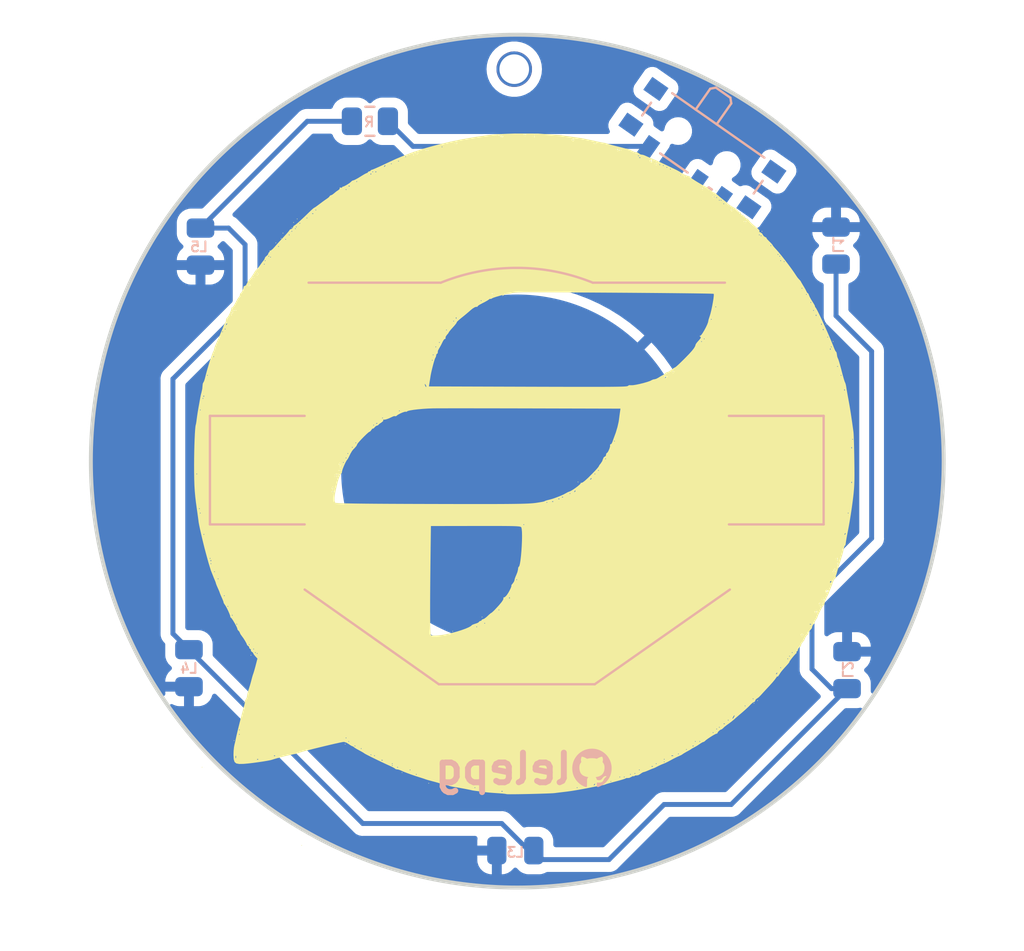
<source format=kicad_pcb>
(kicad_pcb (version 20221018) (generator pcbnew)
  (layers (0 "F.Cu" signal) (31 "B.Cu" signal) (34 "B.Paste" user) (35 "F.Paste" user) (36 "B.SilkS" user "B.Silkscreen") (37 "F.SilkS" user "F.Silkscreen") (38 "B.Mask" user) (39 "F.Mask" user) (44 "Edge.Cuts" user))
  (net 0 "")
  (net 1 "Net-(BT1-+)")
  (net 2 "GND")
  (net 3 "Net-(D1-K)")
  (net 4 "Net-(SW1A-A)")
  (footprint "LOGO" (layer "F.Cu") (at 105.230362 84.003197)
    (fp_text reference "G1" hide)
    (fp_text value "LOGO" hide)
  )
  (footprint "Resistor_SMD:R_0805_2012Metric" (layer "B.Cu") (at 97.409 66.6496 180)
    (fp_text reference "R1" hide)
    (fp_text value "R" hide)
    (pad "1" smd roundrect (at -0.9125 0 180) (size 1.025 1.4) (layers "B.Cu" "B.Paste" "B.Mask") (roundrect_rratio 0.243902439) (net 4 "Net-(SW1A-A)"))
    (pad "2" smd roundrect (at 0.9125 0 180) (size 1.025 1.4) (layers "B.Cu" "B.Paste" "B.Mask") (roundrect_rratio 0.243902439) (net 3 "Net-(D1-K)"))
  )
  (footprint "LED_SMD:LED_0805_2012Metric" (layer "B.Cu") (at 121.031 72.9488 90)
    (fp_text reference "D1" hide)
    (fp_text value "IR204A" hide)
    (pad "1" smd roundrect (at -0.9375 0 90) (size 0.975 1.4) (layers "B.Cu" "B.Paste" "B.Mask") (net 3 "Net-(D1-K)"))
    (pad "2" smd roundrect (at 0.9375 0 90) (size 0.975 1.4) (layers "B.Cu" "B.Paste" "B.Mask") (net 2 "GND"))
  )
  (footprint "Battery:BatteryHolder_Keystone_3002_1x2032" (layer "B.Cu") (at 104.8528 84.328 180)
    (fp_text reference "BT1" hide)
    (fp_text value "Battery_Cell" hide)
    (pad "1" smd rect (at -12.8 0 180) (size 5.1 5.1) (layers "B.Cu" "B.Paste" "B.Mask") (net 1 "Net-(BT1-+)"))
    (pad "1" smd rect (at 12.8 0 180) (size 5.1 5.1) (layers "B.Cu" "B.Paste" "B.Mask") (net 1 "Net-(BT1-+)"))
    (pad "2" smd circle (at 0 0 180) (size 17.8 17.8) (layers "B.Cu" "B.Mask") (net 2 "GND"))
  )
  (footprint "LOGO" (layer "B.Cu") (at 108.6612 99.4156 180)
    (fp_text reference "G***" hide)
    (fp_text value "lelepg" (at 4.4958 -0.0508) (layer "B.SilkS") (effects (font (size 1.5 1.5) (thickness 0.3)) (justify mirror)))
  )
  (footprint "LED_SMD:LED_0805_2012Metric" (layer "B.Cu") (at 121.5898 94.4626 90)
    (fp_text reference "D2" hide)
    (fp_text value "IR204A" hide)
    (pad "1" smd roundrect (at -0.9375 0 90) (size 0.975 1.4) (layers "B.Cu" "B.Paste" "B.Mask") (net 3 "Net-(D1-K)"))
    (pad "2" smd roundrect (at 0.9375 0 90) (size 0.975 1.4) (layers "B.Cu" "B.Paste" "B.Mask") (net 2 "GND"))
  )
  (footprint "LED_SMD:LED_0805_2012Metric" (layer "B.Cu") (at 88.8238 72.9996 -90)
    (fp_text reference "D4" hide)
    (fp_text value "IR204A" hide)
    (pad "1" smd roundrect (at -0.9375 0 270) (size 0.975 1.4) (layers "B.Cu" "B.Paste" "B.Mask") (net 3 "Net-(D1-K)"))
    (pad "2" smd roundrect (at 0.9375 0 270) (size 0.975 1.4) (layers "B.Cu" "B.Paste" "B.Mask") (net 2 "GND"))
  )
  (footprint "LED_SMD:LED_0805_2012Metric" (layer "B.Cu") (at 88.2396 94.3633 -90)
    (fp_text reference "D5" hide)
    (fp_text value "IR204A" hide)
    (pad "1" smd roundrect (at -0.9375 0 270) (size 0.975 1.4) (layers "B.Cu" "B.Paste" "B.Mask") (net 3 "Net-(D1-K)"))
    (pad "2" smd roundrect (at 0.9375 0 270) (size 0.975 1.4) (layers "B.Cu" "B.Paste" "B.Mask") (net 2 "GND"))
  )
  (footprint "LED_SMD:LED_0805_2012Metric" (layer "B.Cu") (at 104.7773 103.6066 180)
    (fp_text reference "D3" hide)
    (fp_text value "IR204A" hide)
    (pad "1" smd roundrect (at -0.9375 0 180) (size 0.975 1.4) (layers "B.Cu" "B.Paste" "B.Mask") (net 3 "Net-(D1-K)"))
    (pad "2" smd roundrect (at 0.9375 0 180) (size 0.975 1.4) (layers "B.Cu" "B.Paste" "B.Mask") (net 2 "GND"))
  )
  (footprint "Button_Switch_SMD:SW_SPDT_PCM12" (layer "B.Cu") (at 114.0714 68.2752 -35)
    (fp_text reference "SW1" hide)
    (fp_text value "SW_DPDT_x2" hide)
    (pad "" smd rect (at -3.65 -1.43 325) (size 1 0.8) (layers "B.Cu" "B.Paste" "B.Mask"))
    (pad "" smd rect (at -3.65 0.78 325) (size 1 0.8) (layers "B.Cu" "B.Paste" "B.Mask"))
    (pad "" np_thru_hole circle (at -1.5 -0.33 325) (size 0.9 0.9) (drill 0.9) (layers "*.Cu" "*.Mask"))
    (pad "" np_thru_hole circle (at 1.5 -0.33 325) (size 0.9 0.9) (drill 0.9) (layers "*.Cu" "*.Mask"))
    (pad "" smd rect (at 3.65 -1.43 325) (size 1 0.8) (layers "B.Cu" "B.Paste" "B.Mask"))
    (pad "" smd rect (at 3.65 0.78 325) (size 1 0.8) (layers "B.Cu" "B.Paste" "B.Mask"))
    (pad "1" smd rect (at -2.25 1.43 325) (size 0.7 1.5) (layers "B.Cu" "B.Paste" "B.Mask") (net 4 "Net-(SW1A-A)"))
    (pad "2" smd rect (at 0.75 1.43 325) (size 0.7 1.5) (layers "B.Cu" "B.Paste" "B.Mask") (net 1 "Net-(BT1-+)"))
    (pad "3" smd rect (at 2.25 1.43 325) (size 0.7 1.5) (layers "B.Cu" "B.Paste" "B.Mask"))
  )
  (gr_circle (center 104.8766 83.8708) (end 126.485567 83.8708) (stroke (width 0.2)) (fill none) (layer "Edge.Cuts"))
  (gr_text "L1" (at 120.8278 73.406 270) (layer "B.SilkS") (effects (font (size 0.5 0.5) (thickness 0.1) bold) (justify left bottom mirror)))
  (gr_text "L2" (at 121.3104 94.9452 270) (layer "B.SilkS") (effects (font (size 0.5 0.5) (thickness 0.1) bold) (justify left bottom mirror)))
  (gr_text "R" (at 97.6884 66.9798) (layer "B.SilkS") (effects (font (size 0.5 0.5) (thickness 0.1) bold) (justify left bottom mirror)))
  (gr_text "L5" (at 89.2556 73.3044) (layer "B.SilkS") (effects (font (size 0.5 0.5) (thickness 0.1) bold) (justify left bottom mirror)))
  (gr_text "L3" (at 105.283 103.9876) (layer "B.SilkS") (effects (font (size 0.5 0.5) (thickness 0.1) bold) (justify left bottom mirror)))
  (gr_text "L4" (at 88.7476 94.6658) (layer "B.SilkS") (effects (font (size 0.5 0.5) (thickness 0.1) bold) (justify left bottom mirror)))
  (via (at 104.7242 64.008) (size 1.8) (drill 1.5) (layers "F.Cu" "B.Cu") (net 0))
  (segment (start 92.0528 84.328) (end 92.0528 87.7856) (width 0.25) (layer "B.Cu") (net 1))
  (segment (start 110.2106 95.1484) (end 117.6528 87.7062) (width 0.25) (layer "B.Cu") (net 1))
  (segment (start 92.0528 87.7856) (end 99.4156 95.1484) (width 0.25) (layer "B.Cu") (net 1))
  (segment (start 117.6528 87.7062) (end 117.6528 84.328) (width 0.25) (layer "B.Cu") (net 1))
  (segment (start 99.441 72.644) (end 92.0528 80.0322) (width 0.25) (layer "B.Cu") (net 1))
  (segment (start 99.4156 95.1484) (end 110.2106 95.1484) (width 0.25) (layer "B.Cu") (net 1))
  (segment (start 92.0528 80.0322) (end 92.0528 84.328) (width 0.25) (layer "B.Cu") (net 1))
  (segment (start 113.86555 69.87677) (end 111.09832 72.644) (width 0.25) (layer "B.Cu") (net 1))
  (segment (start 111.09832 72.644) (end 99.441 72.644) (width 0.25) (layer "B.Cu") (net 1))
  (segment (start 105.7148 103.6066) (end 106.172 104.0638) (width 0.25) (layer "B.Cu") (net 3))
  (segment (start 121.5898 95.4001) (end 120.8001 95.4001) (width 0.25) (layer "B.Cu") (net 3))
  (segment (start 120.8001 95.4001) (end 119.8118 94.4118) (width 0.25) (layer "B.Cu") (net 3))
  (segment (start 109.5248 104.0638) (end 112.3188 101.2698) (width 0.25) (layer "B.Cu") (net 3))
  (segment (start 91.0844 72.898) (end 90.2485 72.0621) (width 0.25) (layer "B.Cu") (net 3))
  (segment (start 122.8344 87.7824) (end 122.8344 78.3082) (width 0.25) (layer "B.Cu") (net 3))
  (segment (start 122.8344 78.3082) (end 121.031 76.5048) (width 0.25) (layer "B.Cu") (net 3))
  (segment (start 87.4268 92.613) (end 87.4268 79.7052) (width 0.25) (layer "B.Cu") (net 3))
  (segment (start 105.7148 103.6066) (end 105.4608 103.6066) (width 0.25) (layer "B.Cu") (net 3))
  (segment (start 106.172 104.0638) (end 109.5248 104.0638) (width 0.25) (layer "B.Cu") (net 3))
  (segment (start 121.031 76.5048) (end 121.031 73.8863) (width 0.25) (layer "B.Cu") (net 3))
  (segment (start 115.7201 101.2698) (end 121.5898 95.4001) (width 0.25) (layer "B.Cu") (net 3))
  (segment (start 105.4608 103.6066) (end 104.0892 102.235) (width 0.25) (layer "B.Cu") (net 3))
  (segment (start 119.8118 94.4118) (end 119.8118 90.805) (width 0.25) (layer "B.Cu") (net 3))
  (segment (start 90.2485 72.0621) (end 88.8238 72.0621) (width 0.25) (layer "B.Cu") (net 3))
  (segment (start 119.8118 90.805) (end 122.8344 87.7824) (width 0.25) (layer "B.Cu") (net 3))
  (segment (start 88.2396 93.4258) (end 87.4268 92.613) (width 0.25) (layer "B.Cu") (net 3))
  (segment (start 88.8238 72.0621) (end 94.2363 66.6496) (width 0.25) (layer "B.Cu") (net 3))
  (segment (start 104.0892 102.235) (end 97.0488 102.235) (width 0.25) (layer "B.Cu") (net 3))
  (segment (start 91.0844 76.0476) (end 91.0844 72.898) (width 0.25) (layer "B.Cu") (net 3))
  (segment (start 97.0488 102.235) (end 88.2396 93.4258) (width 0.25) (layer "B.Cu") (net 3))
  (segment (start 94.2363 66.6496) (end 96.4965 66.6496) (width 0.25) (layer "B.Cu") (net 3))
  (segment (start 112.3188 101.2698) (end 115.7201 101.2698) (width 0.25) (layer "B.Cu") (net 3))
  (segment (start 87.4268 79.7052) (end 91.0844 76.0476) (width 0.25) (layer "B.Cu") (net 3))
  (segment (start 111.171654 67.9196) (end 111.408094 68.15604) (width 0.25) (layer "B.Cu") (net 4))
  (segment (start 99.5915 67.9196) (end 111.171654 67.9196) (width 0.25) (layer "B.Cu") (net 4))
  (segment (start 98.3215 66.6496) (end 99.5915 67.9196) (width 0.25) (layer "B.Cu") (net 4))
  (zone (net 2) (net_name "GND") (layer "B.Cu") (connect_pads (clearance 0.5)) (min_thickness 0.25) (fill yes (thermal_gap 0.5) (thermal_bridge_width 0.5))
    (polygon (pts (xy 130.556 63.6016) (xy 105.6894 60.5028) (xy 78.6638 69.4182) (xy 83.8708 97.3328) (xy 103.8352 108.6866) (xy 125.984 98.8314) (xy 128.8034 79.4258)))
  )
)
</source>
